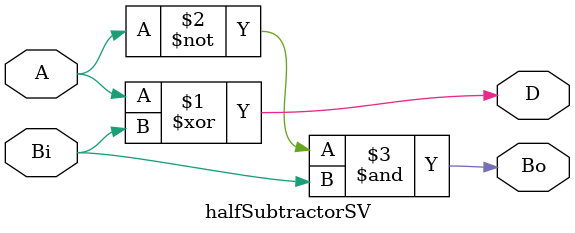
<source format=sv>
module halfSubtractorSV(D,Bo,A,Bi);
input logic A,Bi;
output logic D,Bo;
assign D=A^Bi;
assign Bo=~A&Bi;
endmodule
</source>
